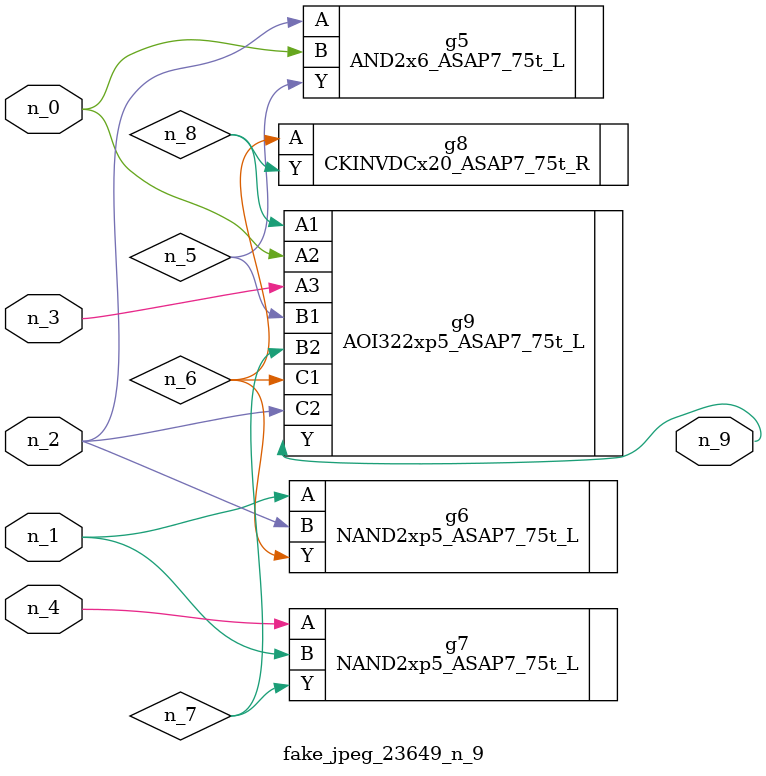
<source format=v>
module fake_jpeg_23649_n_9 (n_3, n_2, n_1, n_0, n_4, n_9);

input n_3;
input n_2;
input n_1;
input n_0;
input n_4;

output n_9;

wire n_8;
wire n_6;
wire n_5;
wire n_7;

AND2x6_ASAP7_75t_L g5 ( 
.A(n_2),
.B(n_0),
.Y(n_5)
);

NAND2xp5_ASAP7_75t_L g6 ( 
.A(n_1),
.B(n_2),
.Y(n_6)
);

NAND2xp5_ASAP7_75t_L g7 ( 
.A(n_4),
.B(n_1),
.Y(n_7)
);

CKINVDCx20_ASAP7_75t_R g8 ( 
.A(n_6),
.Y(n_8)
);

AOI322xp5_ASAP7_75t_L g9 ( 
.A1(n_8),
.A2(n_0),
.A3(n_3),
.B1(n_5),
.B2(n_7),
.C1(n_6),
.C2(n_2),
.Y(n_9)
);


endmodule
</source>
